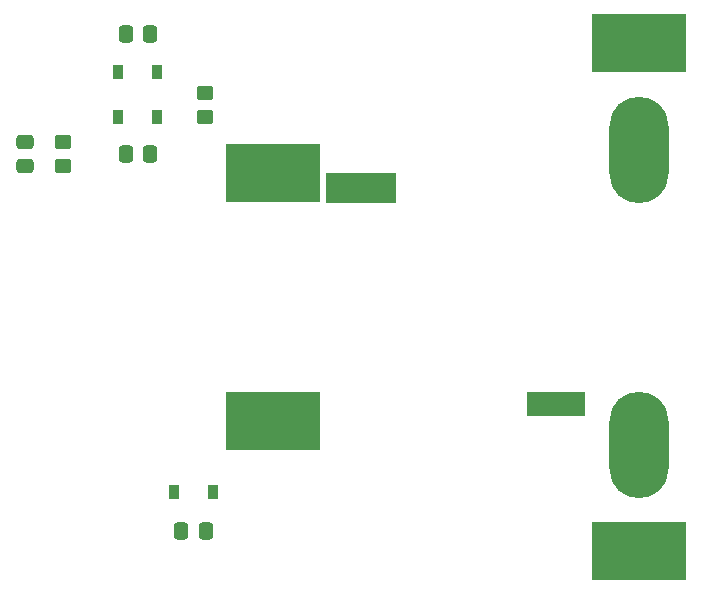
<source format=gtp>
G04 #@! TF.GenerationSoftware,KiCad,Pcbnew,7.0.9-7.0.9~ubuntu20.04.1*
G04 #@! TF.CreationDate,2023-12-17T17:20:07+01:00*
G04 #@! TF.ProjectId,swr,7377722e-6b69-4636-9164-5f7063625858,1.0*
G04 #@! TF.SameCoordinates,Original*
G04 #@! TF.FileFunction,Paste,Top*
G04 #@! TF.FilePolarity,Positive*
%FSLAX46Y46*%
G04 Gerber Fmt 4.6, Leading zero omitted, Abs format (unit mm)*
G04 Created by KiCad (PCBNEW 7.0.9-7.0.9~ubuntu20.04.1) date 2023-12-17 17:20:07*
%MOMM*%
%LPD*%
G01*
G04 APERTURE LIST*
G04 Aperture macros list*
%AMRoundRect*
0 Rectangle with rounded corners*
0 $1 Rounding radius*
0 $2 $3 $4 $5 $6 $7 $8 $9 X,Y pos of 4 corners*
0 Add a 4 corners polygon primitive as box body*
4,1,4,$2,$3,$4,$5,$6,$7,$8,$9,$2,$3,0*
0 Add four circle primitives for the rounded corners*
1,1,$1+$1,$2,$3*
1,1,$1+$1,$4,$5*
1,1,$1+$1,$6,$7*
1,1,$1+$1,$8,$9*
0 Add four rect primitives between the rounded corners*
20,1,$1+$1,$2,$3,$4,$5,0*
20,1,$1+$1,$4,$5,$6,$7,0*
20,1,$1+$1,$6,$7,$8,$9,0*
20,1,$1+$1,$8,$9,$2,$3,0*%
G04 Aperture macros list end*
%ADD10O,5.000000X9.000000*%
%ADD11R,8.000000X5.000000*%
%ADD12R,5.000000X2.000000*%
%ADD13RoundRect,0.250000X0.475000X-0.337500X0.475000X0.337500X-0.475000X0.337500X-0.475000X-0.337500X0*%
%ADD14R,6.000000X2.500000*%
%ADD15RoundRect,0.250000X-0.450000X0.350000X-0.450000X-0.350000X0.450000X-0.350000X0.450000X0.350000X0*%
%ADD16RoundRect,0.250000X-0.337500X-0.475000X0.337500X-0.475000X0.337500X0.475000X-0.337500X0.475000X0*%
%ADD17RoundRect,0.250000X0.450000X-0.350000X0.450000X0.350000X-0.450000X0.350000X-0.450000X-0.350000X0*%
%ADD18R,0.900000X1.200000*%
G04 APERTURE END LIST*
D10*
X151000000Y-62500000D03*
X151000000Y-87500000D03*
D11*
X151000000Y-96500000D03*
D12*
X144000000Y-84000000D03*
D11*
X151000000Y-53500000D03*
D13*
X99060000Y-63902500D03*
X99060000Y-61827500D03*
D11*
X120015000Y-85500000D03*
X120015000Y-64500000D03*
D14*
X127515000Y-65750000D03*
D15*
X102235000Y-61865000D03*
X102235000Y-63865000D03*
D16*
X107547500Y-52705000D03*
X109622500Y-52705000D03*
D17*
X114300000Y-59690000D03*
X114300000Y-57690000D03*
D16*
X112246500Y-94742000D03*
X114321500Y-94742000D03*
X107547500Y-62865000D03*
X109622500Y-62865000D03*
D18*
X111634000Y-91440000D03*
X114934000Y-91440000D03*
X106935000Y-55880000D03*
X110235000Y-55880000D03*
X106935000Y-59690000D03*
X110235000Y-59690000D03*
M02*

</source>
